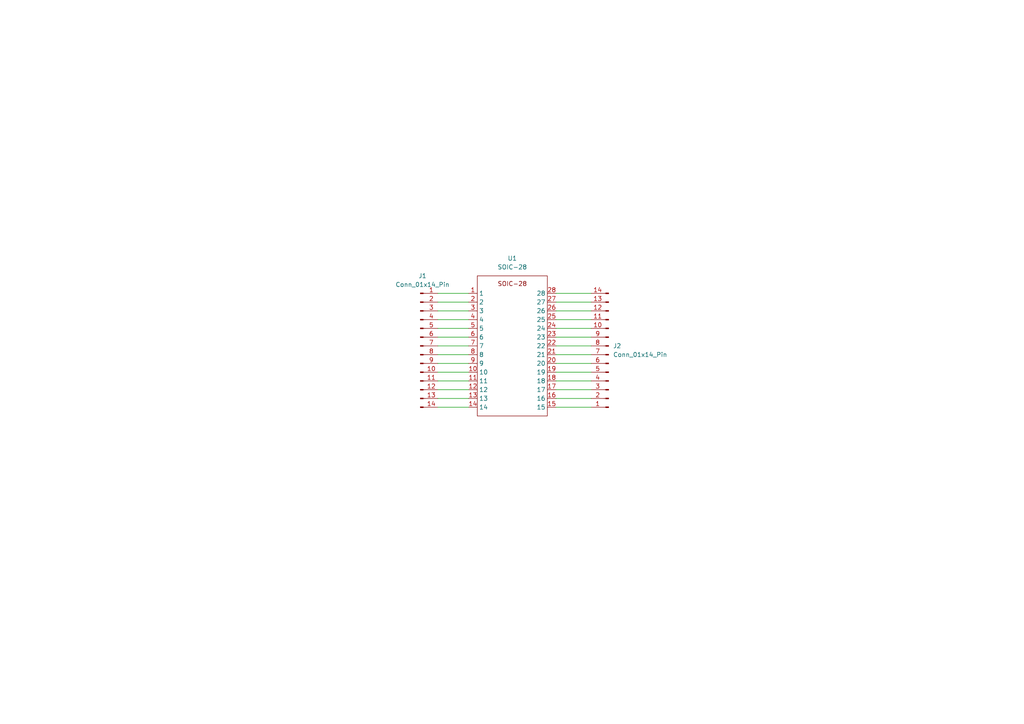
<source format=kicad_sch>
(kicad_sch (version 20231120) (generator "eeschema") (generator_version "8.0")
  (paper "A4")
  (lib_symbols
    (symbol "Adapters:SOIC28-DIP"
      (property "Reference" "U" (at 0 19.812 0))
      (property "Value" "SOIC-28" (at -0.508 22.86 0))
      (symbol "SOIC28-DIP_0_1"
        (rectangle (start -10.16 17.78) (end 10.16 -22.86))
      )
      (symbol "SOIC28-DIP_1_1"
        (text "SOIC-28" (at 0 15.494 0) (effects (font (size 1.27 1.27))))
        (pin bidirectional line (at -12.7 12.7 0) (length 2.54) (name "1") (number "1"))
        (pin bidirectional line (at -12.7 -10.16 0) (length 2.54) (name "10") (number "10"))
        (pin bidirectional line (at -12.7 -12.7 0) (length 2.54) (name "11") (number "11"))
        (pin bidirectional line (at -12.7 -15.24 0) (length 2.54) (name "12") (number "12"))
        (pin bidirectional line (at -12.7 -17.78 0) (length 2.54) (name "13") (number "13"))
        (pin bidirectional line (at -12.7 -20.32 0) (length 2.54) (name "14") (number "14"))
        (pin bidirectional line (at 12.7 -20.32 180) (length 2.54) (name "15") (number "15"))
        (pin bidirectional line (at 12.7 -17.78 180) (length 2.54) (name "16") (number "16"))
        (pin bidirectional line (at 12.7 -15.24 180) (length 2.54) (name "17") (number "17"))
        (pin bidirectional line (at 12.7 -12.7 180) (length 2.54) (name "18") (number "18"))
        (pin bidirectional line (at 12.7 -10.16 180) (length 2.54) (name "19") (number "19"))
        (pin bidirectional line (at -12.7 10.16 0) (length 2.54) (name "2") (number "2"))
        (pin bidirectional line (at 12.7 -7.62 180) (length 2.54) (name "20") (number "20"))
        (pin bidirectional line (at 12.7 -5.08 180) (length 2.54) (name "21") (number "21"))
        (pin bidirectional line (at 12.7 -2.54 180) (length 2.54) (name "22") (number "22"))
        (pin bidirectional line (at 12.7 0 180) (length 2.54) (name "23") (number "23"))
        (pin bidirectional line (at 12.7 2.54 180) (length 2.54) (name "24") (number "24"))
        (pin bidirectional line (at 12.7 5.08 180) (length 2.54) (name "25") (number "25"))
        (pin bidirectional line (at 12.7 7.62 180) (length 2.54) (name "26") (number "26"))
        (pin bidirectional line (at 12.7 10.16 180) (length 2.54) (name "27") (number "27"))
        (pin bidirectional line (at 12.7 12.7 180) (length 2.54) (name "28") (number "28"))
        (pin bidirectional line (at -12.7 7.62 0) (length 2.54) (name "3") (number "3"))
        (pin bidirectional line (at -12.7 5.08 0) (length 2.54) (name "4") (number "4"))
        (pin bidirectional line (at -12.7 2.54 0) (length 2.54) (name "5") (number "5"))
        (pin bidirectional line (at -12.7 0 0) (length 2.54) (name "6") (number "6"))
        (pin bidirectional line (at -12.7 -2.54 0) (length 2.54) (name "7") (number "7"))
        (pin bidirectional line (at -12.7 -5.08 0) (length 2.54) (name "8") (number "8"))
        (pin bidirectional line (at -12.7 -7.62 0) (length 2.54) (name "9") (number "9"))
      )
    )
    (symbol "Connector:Conn_01x14_Pin" (pin_names (offset 1.016) hide)
      (property "Reference" "J" (at 0 17.78 0))
      (property "Value" "Conn_01x14_Pin" (at 0 -20.32 0))
      (symbol "Conn_01x14_Pin_1_1"
        (polyline (pts (xy 1.27 -17.78) (xy 0.8636 -17.78)) (stroke (width 0.1524)))
        (polyline (pts (xy 1.27 -15.24) (xy 0.8636 -15.24)) (stroke (width 0.1524)))
        (polyline (pts (xy 1.27 -12.7) (xy 0.8636 -12.7)) (stroke (width 0.1524)))
        (polyline (pts (xy 1.27 -10.16) (xy 0.8636 -10.16)) (stroke (width 0.1524)))
        (polyline (pts (xy 1.27 -7.62) (xy 0.8636 -7.62)) (stroke (width 0.1524)))
        (polyline (pts (xy 1.27 -5.08) (xy 0.8636 -5.08)) (stroke (width 0.1524)))
        (polyline (pts (xy 1.27 -2.54) (xy 0.8636 -2.54)) (stroke (width 0.1524)))
        (polyline (pts (xy 1.27 0) (xy 0.8636 0)) (stroke (width 0.1524)))
        (polyline (pts (xy 1.27 2.54) (xy 0.8636 2.54)) (stroke (width 0.1524)))
        (polyline (pts (xy 1.27 5.08) (xy 0.8636 5.08)) (stroke (width 0.1524)))
        (polyline (pts (xy 1.27 7.62) (xy 0.8636 7.62)) (stroke (width 0.1524)))
        (polyline (pts (xy 1.27 10.16) (xy 0.8636 10.16)) (stroke (width 0.1524)))
        (polyline (pts (xy 1.27 12.7) (xy 0.8636 12.7)) (stroke (width 0.1524)))
        (polyline (pts (xy 1.27 15.24) (xy 0.8636 15.24)) (stroke (width 0.1524)))
        (rectangle (start 0.8636 -17.653) (end 0 -17.907) (stroke (width 0.1524)) (fill (type outline)))
        (rectangle (start 0.8636 -15.113) (end 0 -15.367) (stroke (width 0.1524)) (fill (type outline)))
        (rectangle (start 0.8636 -12.573) (end 0 -12.827) (stroke (width 0.1524)) (fill (type outline)))
        (rectangle (start 0.8636 -10.033) (end 0 -10.287) (stroke (width 0.1524)) (fill (type outline)))
        (rectangle (start 0.8636 -7.493) (end 0 -7.747) (stroke (width 0.1524)) (fill (type outline)))
        (rectangle (start 0.8636 -4.953) (end 0 -5.207) (stroke (width 0.1524)) (fill (type outline)))
        (rectangle (start 0.8636 -2.413) (end 0 -2.667) (stroke (width 0.1524)) (fill (type outline)))
        (rectangle (start 0.8636 0.127) (end 0 -0.127) (stroke (width 0.1524)) (fill (type outline)))
        (rectangle (start 0.8636 2.667) (end 0 2.413) (stroke (width 0.1524)) (fill (type outline)))
        (rectangle (start 0.8636 5.207) (end 0 4.953) (stroke (width 0.1524)) (fill (type outline)))
        (rectangle (start 0.8636 7.747) (end 0 7.493) (stroke (width 0.1524)) (fill (type outline)))
        (rectangle (start 0.8636 10.287) (end 0 10.033) (stroke (width 0.1524)) (fill (type outline)))
        (rectangle (start 0.8636 12.827) (end 0 12.573) (stroke (width 0.1524)) (fill (type outline)))
        (rectangle (start 0.8636 15.367) (end 0 15.113) (stroke (width 0.1524)) (fill (type outline)))
        (pin passive line (at 5.08 15.24 180) (length 3.81) (name "Pin_1") (number "1"))
        (pin passive line (at 5.08 -7.62 180) (length 3.81) (name "Pin_10") (number "10"))
        (pin passive line (at 5.08 -10.16 180) (length 3.81) (name "Pin_11") (number "11"))
        (pin passive line (at 5.08 -12.7 180) (length 3.81) (name "Pin_12") (number "12"))
        (pin passive line (at 5.08 -15.24 180) (length 3.81) (name "Pin_13") (number "13"))
        (pin passive line (at 5.08 -17.78 180) (length 3.81) (name "Pin_14") (number "14"))
        (pin passive line (at 5.08 12.7 180) (length 3.81) (name "Pin_2") (number "2"))
        (pin passive line (at 5.08 10.16 180) (length 3.81) (name "Pin_3") (number "3"))
        (pin passive line (at 5.08 7.62 180) (length 3.81) (name "Pin_4") (number "4"))
        (pin passive line (at 5.08 5.08 180) (length 3.81) (name "Pin_5") (number "5"))
        (pin passive line (at 5.08 2.54 180) (length 3.81) (name "Pin_6") (number "6"))
        (pin passive line (at 5.08 0 180) (length 3.81) (name "Pin_7") (number "7"))
        (pin passive line (at 5.08 -2.54 180) (length 3.81) (name "Pin_8") (number "8"))
        (pin passive line (at 5.08 -5.08 180) (length 3.81) (name "Pin_9") (number "9"))
      )
    )
  )
  (wire (pts (xy 127 95.25) (xy 135.89 95.25)))
  (wire (pts (xy 161.29 102.87) (xy 171.45 102.87)))
  (wire (pts (xy 127 97.79) (xy 135.89 97.79)))
  (wire (pts (xy 161.29 110.49) (xy 171.45 110.49)))
  (wire (pts (xy 161.29 87.63) (xy 171.45 87.63)))
  (wire (pts (xy 161.29 113.03) (xy 171.45 113.03)))
  (wire (pts (xy 127 87.63) (xy 135.89 87.63)))
  (wire (pts (xy 127 90.17) (xy 135.89 90.17)))
  (wire (pts (xy 127 118.11) (xy 135.89 118.11)))
  (wire (pts (xy 127 85.09) (xy 135.89 85.09)))
  (wire (pts (xy 161.29 95.25) (xy 171.45 95.25)))
  (wire (pts (xy 161.29 100.33) (xy 171.45 100.33)))
  (wire (pts (xy 127 92.71) (xy 135.89 92.71)))
  (wire (pts (xy 161.29 107.95) (xy 171.45 107.95)))
  (wire (pts (xy 127 113.03) (xy 135.89 113.03)))
  (wire (pts (xy 127 107.95) (xy 135.89 107.95)))
  (wire (pts (xy 127 110.49) (xy 135.89 110.49)))
  (wire (pts (xy 161.29 85.09) (xy 171.45 85.09)))
  (wire (pts (xy 161.29 115.57) (xy 171.45 115.57)))
  (wire (pts (xy 161.29 92.71) (xy 171.45 92.71)))
  (wire (pts (xy 127 115.57) (xy 135.89 115.57)))
  (wire (pts (xy 127 102.87) (xy 135.89 102.87)))
  (wire (pts (xy 127 105.41) (xy 135.89 105.41)))
  (wire (pts (xy 161.29 118.11) (xy 171.45 118.11)))
  (wire (pts (xy 127 100.33) (xy 135.89 100.33)))
  (wire (pts (xy 161.29 97.79) (xy 171.45 97.79)))
  (wire (pts (xy 161.29 105.41) (xy 171.45 105.41)))
  (wire (pts (xy 161.29 90.17) (xy 171.45 90.17)))
  (symbol (lib_id "Connector:Conn_01x14_Pin") (at 176.53 102.87 180) (unit 1)
    (property "Reference" "J2" (at 177.8 100.3299 0) (effects (justify right)))
    (property "Value" "Conn_01x14_Pin" (at 177.8 102.8699 0) (effects (justify right)))
    (property "Footprint" "Connector_PinHeader_2.54mm:PinHeader_1x14_P2.54mm_Vertical" (effects (hide yes)))
    (property "Description" "Generic connector, single row, 01x14, script generated" (effects (hide yes)))
  )
  (symbol (lib_id "Connector:Conn_01x14_Pin") (at 121.92 100.33 0) (unit 1)
    (property "Reference" "J1" (at 122.555 80.01 0))
    (property "Value" "Conn_01x14_Pin" (at 122.555 82.55 0))
    (property "Footprint" "Connector_PinHeader_2.54mm:PinHeader_1x14_P2.54mm_Vertical" (effects (hide yes)))
    (property "Description" "Generic connector, single row, 01x14, script generated" (effects (hide yes)))
  )
  (symbol (lib_id "Adapters:SOIC28-DIP") (at 148.59 97.79 0) (unit 1)
    (property "Reference" "U1" (at 148.59 74.93 0))
    (property "Value" "SOIC-28" (at 148.59 77.47 0))
    (property "Footprint" "Package_SO:SOIC-28W_7.5x18.7mm_P1.27mm" (effects (hide yes)))
  )
)
</source>
